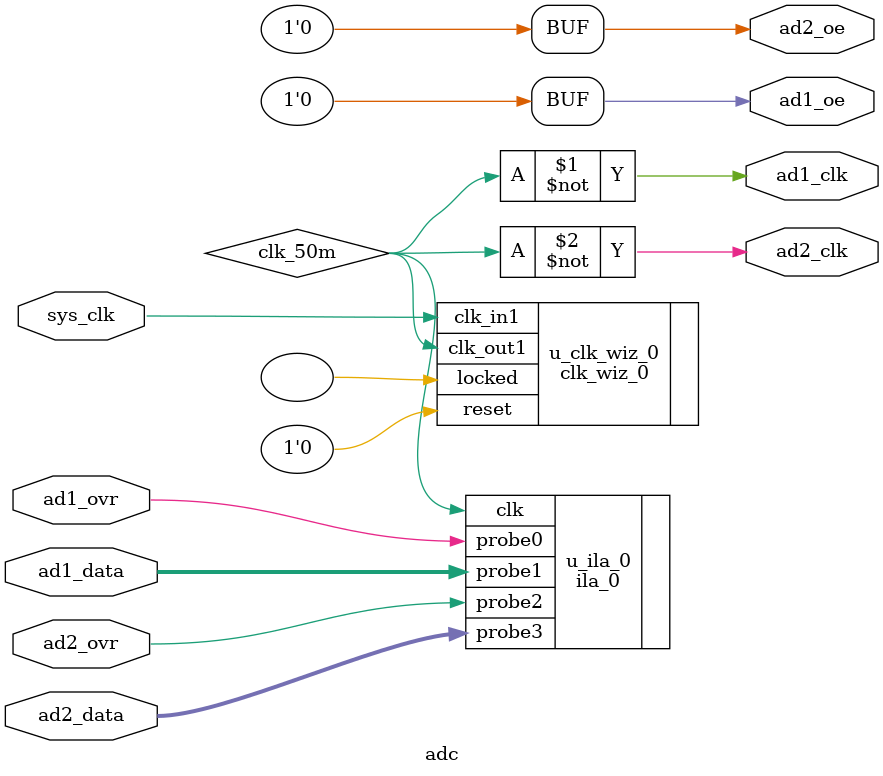
<source format=v>
`timescale 1ns/1ps

module adc(
    input sys_clk ,
    input [9:0] ad1_data,    
    input ad1_ovr,
    output ad1_clk,    
    output ad1_oe,   
    input [9:0] ad2_data,    
    input ad2_ovr,
    output ad2_clk,
    output ad2_oe  
);

wire clk_50m;
assign ad1_oe = 1'b0;
assign ad1_clk = ~clk_50m; 
assign ad2_oe = 1'b0;
assign ad2_clk = ~clk_50m; 

clk_wiz_0 u_clk_wiz_0( 
    .clk_out1(clk_50m), 
    .reset(1'b0),
    .locked(),
    .clk_in1(sys_clk)
);    

ila_0 u_ila_0( 
    .clk(clk_50m), 
 	.probe0(ad1_ovr), 
 	.probe1(ad1_data), 
 	.probe2(ad2_ovr),
 	.probe3(ad2_data)
);

endmodule

</source>
